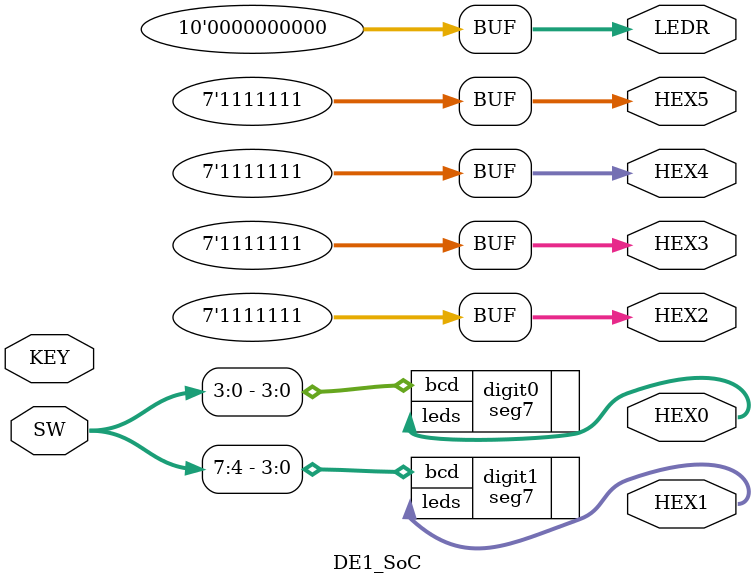
<source format=sv>
module DE1_SoC (HEX0, HEX1, HEX2, HEX3, HEX4, HEX5, KEY, LEDR, SW); 
	output logic [6:0] HEX0, HEX1, HEX2, HEX3, HEX4, HEX5; 
	output logic [9:0] LEDR; 
	input logic [3:0] KEY; 
	input logic [9:0] SW; 
	
	seg7 digit0(.bcd(SW[3:0]), .leds(HEX0));
	seg7 digit1(.bcd(SW[7:4]), .leds(HEX1));
	
	assign LEDR[9:0] = 10'b0;
	assign HEX2 = 7'b1111111;
	assign HEX3 = 7'b1111111;
	assign HEX4 = 7'b1111111;
	assign HEX5 = 7'b1111111;
	
endmodule 

</source>
